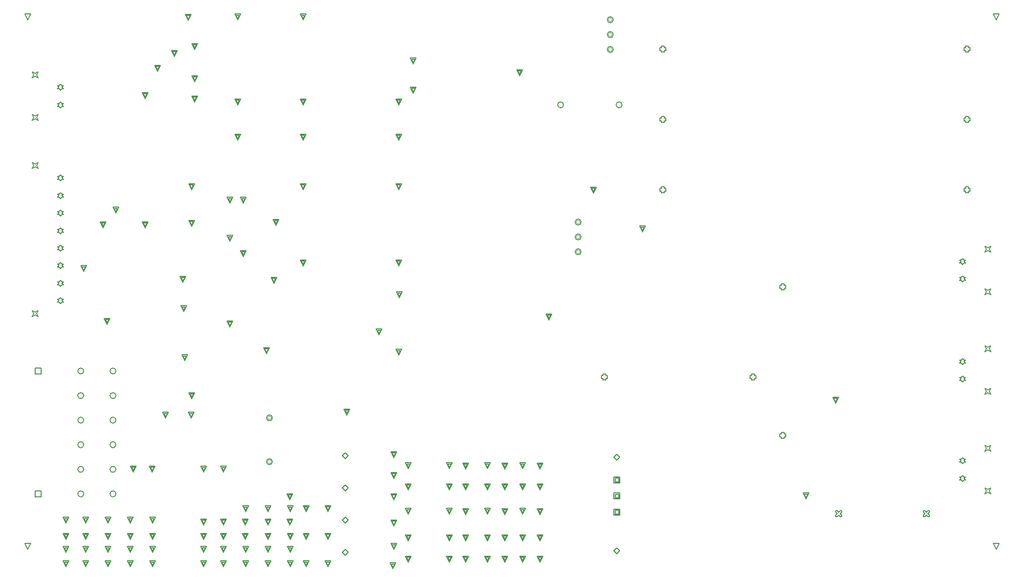
<source format=gbr>
%TF.GenerationSoftware,Altium Limited,Altium Designer,18.1.9 (240)*%
G04 Layer_Color=2752767*
%FSLAX26Y26*%
%MOIN*%
%TF.FileFunction,Drawing*%
%TF.Part,Single*%
G01*
G75*
%TA.AperFunction,NonConductor*%
%ADD110C,0.005000*%
%ADD111C,0.006667*%
%ADD112C,0.004000*%
D110*
X243780Y531181D02*
Y571181D01*
X283779D01*
Y531181D01*
X243780D01*
Y1357953D02*
Y1397953D01*
X283779D01*
Y1357953D01*
X243780D01*
X194390Y3739843D02*
X174390Y3779843D01*
X214390D01*
X194390Y3739843D01*
Y176850D02*
X174390Y216850D01*
X214390D01*
X194390Y176850D01*
X6712598Y3739843D02*
X6692598Y3779843D01*
X6732598D01*
X6712598Y3739843D01*
Y176850D02*
X6692598Y216850D01*
X6732598D01*
X6712598Y176850D01*
X413386Y1830394D02*
X423386Y1840394D01*
X433386D01*
X423386Y1850394D01*
X433386Y1860394D01*
X423386D01*
X413386Y1870394D01*
X403386Y1860394D01*
X393386D01*
X403386Y1850394D01*
X393386Y1840394D01*
X403386D01*
X413386Y1830394D01*
Y1948504D02*
X423386Y1958504D01*
X433386D01*
X423386Y1968504D01*
X433386Y1978504D01*
X423386D01*
X413386Y1988504D01*
X403386Y1978504D01*
X393386D01*
X403386Y1968504D01*
X393386Y1958504D01*
X403386D01*
X413386Y1948504D01*
Y2066614D02*
X423386Y2076614D01*
X433386D01*
X423386Y2086614D01*
X433386Y2096614D01*
X423386D01*
X413386Y2106614D01*
X403386Y2096614D01*
X393386D01*
X403386Y2086614D01*
X393386Y2076614D01*
X403386D01*
X413386Y2066614D01*
Y2184724D02*
X423386Y2194724D01*
X433386D01*
X423386Y2204724D01*
X433386Y2214724D01*
X423386D01*
X413386Y2224724D01*
X403386Y2214724D01*
X393386D01*
X403386Y2204724D01*
X393386Y2194724D01*
X403386D01*
X413386Y2184724D01*
Y2302835D02*
X423386Y2312835D01*
X433386D01*
X423386Y2322835D01*
X433386Y2332835D01*
X423386D01*
X413386Y2342835D01*
X403386Y2332835D01*
X393386D01*
X403386Y2322835D01*
X393386Y2312835D01*
X403386D01*
X413386Y2302835D01*
Y2420945D02*
X423386Y2430945D01*
X433386D01*
X423386Y2440945D01*
X433386Y2450945D01*
X423386D01*
X413386Y2460945D01*
X403386Y2450945D01*
X393386D01*
X403386Y2440945D01*
X393386Y2430945D01*
X403386D01*
X413386Y2420945D01*
Y2539055D02*
X423386Y2549055D01*
X433386D01*
X423386Y2559055D01*
X433386Y2569055D01*
X423386D01*
X413386Y2579055D01*
X403386Y2569055D01*
X393386D01*
X403386Y2559055D01*
X393386Y2549055D01*
X403386D01*
X413386Y2539055D01*
Y2657165D02*
X423386Y2667165D01*
X433386D01*
X423386Y2677165D01*
X433386Y2687165D01*
X423386D01*
X413386Y2697165D01*
X403386Y2687165D01*
X393386D01*
X403386Y2677165D01*
X393386Y2667165D01*
X403386D01*
X413386Y2657165D01*
X223307Y2741811D02*
X233307Y2761811D01*
X223307Y2781811D01*
X243307Y2771811D01*
X263307Y2781811D01*
X253307Y2761811D01*
X263307Y2741811D01*
X243307Y2751811D01*
X223307Y2741811D01*
Y1745748D02*
X233307Y1765748D01*
X223307Y1785748D01*
X243307Y1775748D01*
X263307Y1785748D01*
X253307Y1765748D01*
X263307Y1745748D01*
X243307Y1755748D01*
X223307Y1745748D01*
X5265591Y934882D02*
Y924882D01*
X5285591D01*
Y934882D01*
X5295591D01*
Y954882D01*
X5285591D01*
Y964882D01*
X5265591D01*
Y954882D01*
X5255591D01*
Y934882D01*
X5265591D01*
Y1934882D02*
Y1924882D01*
X5285591D01*
Y1934882D01*
X5295591D01*
Y1954882D01*
X5285591D01*
Y1964882D01*
X5265591D01*
Y1954882D01*
X5255591D01*
Y1934882D01*
X5265591D01*
X4064803Y1328583D02*
Y1318583D01*
X4084803D01*
Y1328583D01*
X4094803D01*
Y1348583D01*
X4084803D01*
Y1358583D01*
X4064803D01*
Y1348583D01*
X4054803D01*
Y1328583D01*
X4064803D01*
X5064803D02*
Y1318583D01*
X5084803D01*
Y1328583D01*
X5094803D01*
Y1348583D01*
X5084803D01*
Y1358583D01*
X5064803D01*
Y1348583D01*
X5054803D01*
Y1328583D01*
X5064803D01*
X5629606Y399291D02*
X5639606D01*
X5649606Y409291D01*
X5659606Y399291D01*
X5669606D01*
Y409291D01*
X5659606Y419291D01*
X5669606Y429291D01*
Y439291D01*
X5659606D01*
X5649606Y429291D01*
X5639606Y439291D01*
X5629606D01*
Y429291D01*
X5639606Y419291D01*
X5629606Y409291D01*
Y399291D01*
X6220158D02*
X6230158D01*
X6240158Y409291D01*
X6250158Y399291D01*
X6260158D01*
Y409291D01*
X6250158Y419291D01*
X6260158Y429291D01*
Y439291D01*
X6250158D01*
X6240158Y429291D01*
X6230158Y439291D01*
X6220158D01*
Y429291D01*
X6230158Y419291D01*
X6220158Y409291D01*
Y399291D01*
X413386Y3149291D02*
X423386Y3159291D01*
X433386D01*
X423386Y3169291D01*
X433386Y3179291D01*
X423386D01*
X413386Y3189291D01*
X403386Y3179291D01*
X393386D01*
X403386Y3169291D01*
X393386Y3159291D01*
X403386D01*
X413386Y3149291D01*
Y3267402D02*
X423386Y3277402D01*
X433386D01*
X423386Y3287402D01*
X433386Y3297402D01*
X423386D01*
X413386Y3307402D01*
X403386Y3297402D01*
X393386D01*
X403386Y3287402D01*
X393386Y3277402D01*
X403386D01*
X413386Y3267402D01*
X223307Y3352047D02*
X233307Y3372047D01*
X223307Y3392047D01*
X243307Y3382047D01*
X263307Y3392047D01*
X253307Y3372047D01*
X263307Y3352047D01*
X243307Y3362047D01*
X223307Y3352047D01*
Y3064646D02*
X233307Y3084646D01*
X223307Y3104646D01*
X243307Y3094646D01*
X263307Y3104646D01*
X253307Y3084646D01*
X263307Y3064646D01*
X243307Y3074646D01*
X223307Y3064646D01*
X4458504Y3533307D02*
Y3523307D01*
X4478504D01*
Y3533307D01*
X4488504D01*
Y3553307D01*
X4478504D01*
Y3563307D01*
X4458504D01*
Y3553307D01*
X4448504D01*
Y3533307D01*
X4458504D01*
X6505748D02*
Y3523307D01*
X6525748D01*
Y3533307D01*
X6535748D01*
Y3553307D01*
X6525748D01*
Y3563307D01*
X6505748D01*
Y3553307D01*
X6495748D01*
Y3533307D01*
X6505748D01*
Y3060866D02*
Y3050866D01*
X6525748D01*
Y3060866D01*
X6535748D01*
Y3080866D01*
X6525748D01*
Y3090866D01*
X6505748D01*
Y3080866D01*
X6495748D01*
Y3060866D01*
X6505748D01*
X4458504D02*
Y3050866D01*
X4478504D01*
Y3060866D01*
X4488504D01*
Y3080866D01*
X4478504D01*
Y3090866D01*
X4458504D01*
Y3080866D01*
X4448504D01*
Y3060866D01*
X4458504D01*
Y2588425D02*
Y2578425D01*
X4478504D01*
Y2588425D01*
X4488504D01*
Y2608425D01*
X4478504D01*
Y2618425D01*
X4458504D01*
Y2608425D01*
X4448504D01*
Y2588425D01*
X4458504D01*
X6505748D02*
Y2578425D01*
X6525748D01*
Y2588425D01*
X6535748D01*
Y2608425D01*
X6525748D01*
Y2618425D01*
X6505748D01*
Y2608425D01*
X6495748D01*
Y2588425D01*
X6505748D01*
X2312677Y807087D02*
X2332677Y827087D01*
X2352677Y807087D01*
X2332677Y787087D01*
X2312677Y807087D01*
Y590551D02*
X2332677Y610551D01*
X2352677Y590551D01*
X2332677Y570551D01*
X2312677Y590551D01*
Y374016D02*
X2332677Y394016D01*
X2352677Y374016D01*
X2332677Y354016D01*
X2312677Y374016D01*
Y157480D02*
X2332677Y177480D01*
X2352677Y157480D01*
X2332677Y137480D01*
X2312677Y157480D01*
X4138661Y797244D02*
X4158661Y817244D01*
X4178661Y797244D01*
X4158661Y777244D01*
X4138661Y797244D01*
Y624882D02*
Y664882D01*
X4178661D01*
Y624882D01*
X4138661D01*
X4146661Y632882D02*
Y656882D01*
X4170661D01*
Y632882D01*
X4146661D01*
X4138661Y516614D02*
Y556614D01*
X4178661D01*
Y516614D01*
X4138661D01*
X4146661Y524614D02*
Y548614D01*
X4170661D01*
Y524614D01*
X4146661D01*
X4138661Y407953D02*
Y447953D01*
X4178661D01*
Y407953D01*
X4138661D01*
X4146661Y415953D02*
Y439953D01*
X4170661D01*
Y415953D01*
X4146661D01*
X4138661Y167323D02*
X4158661Y187323D01*
X4178661Y167323D01*
X4158661Y147323D01*
X4138661Y167323D01*
X6483465Y2094768D02*
X6493465Y2104768D01*
X6503465D01*
X6493465Y2114768D01*
X6503465Y2124768D01*
X6493465D01*
X6483465Y2134768D01*
X6473465Y2124768D01*
X6463465D01*
X6473465Y2114768D01*
X6463465Y2104768D01*
X6473465D01*
X6483465Y2094768D01*
Y1976658D02*
X6493465Y1986658D01*
X6503465D01*
X6493465Y1996658D01*
X6503465Y2006658D01*
X6493465D01*
X6483465Y2016658D01*
X6473465Y2006658D01*
X6463465D01*
X6473465Y1996658D01*
X6463465Y1986658D01*
X6473465D01*
X6483465Y1976658D01*
X6633543Y1892012D02*
X6643543Y1912012D01*
X6633543Y1932012D01*
X6653543Y1922012D01*
X6673543Y1932012D01*
X6663543Y1912012D01*
X6673543Y1892012D01*
X6653543Y1902012D01*
X6633543Y1892012D01*
Y2179413D02*
X6643543Y2199413D01*
X6633543Y2219413D01*
X6653543Y2209413D01*
X6673543Y2219413D01*
X6663543Y2199413D01*
X6673543Y2179413D01*
X6653543Y2189413D01*
X6633543Y2179413D01*
X6483465Y1422913D02*
X6493465Y1432913D01*
X6503465D01*
X6493465Y1442913D01*
X6503465Y1452913D01*
X6493465D01*
X6483465Y1462913D01*
X6473465Y1452913D01*
X6463465D01*
X6473465Y1442913D01*
X6463465Y1432913D01*
X6473465D01*
X6483465Y1422913D01*
Y1304803D02*
X6493465Y1314803D01*
X6503465D01*
X6493465Y1324803D01*
X6503465Y1334803D01*
X6493465D01*
X6483465Y1344803D01*
X6473465Y1334803D01*
X6463465D01*
X6473465Y1324803D01*
X6463465Y1314803D01*
X6473465D01*
X6483465Y1304803D01*
X6633543Y1220158D02*
X6643543Y1240158D01*
X6633543Y1260158D01*
X6653543Y1250158D01*
X6673543Y1260158D01*
X6663543Y1240158D01*
X6673543Y1220158D01*
X6653543Y1230158D01*
X6633543Y1220158D01*
Y1507559D02*
X6643543Y1527559D01*
X6633543Y1547559D01*
X6653543Y1537559D01*
X6673543Y1547559D01*
X6663543Y1527559D01*
X6673543Y1507559D01*
X6653543Y1517559D01*
X6633543Y1507559D01*
X6483465Y753622D02*
X6493465Y763622D01*
X6503465D01*
X6493465Y773622D01*
X6503465Y783622D01*
X6493465D01*
X6483465Y793622D01*
X6473465Y783622D01*
X6463465D01*
X6473465Y773622D01*
X6463465Y763622D01*
X6473465D01*
X6483465Y753622D01*
Y635512D02*
X6493465Y645512D01*
X6503465D01*
X6493465Y655512D01*
X6503465Y665512D01*
X6493465D01*
X6483465Y675512D01*
X6473465Y665512D01*
X6463465D01*
X6473465Y655512D01*
X6463465Y645512D01*
X6473465D01*
X6483465Y635512D01*
X6633543Y550866D02*
X6643543Y570866D01*
X6633543Y590866D01*
X6653543Y580866D01*
X6673543Y590866D01*
X6663543Y570866D01*
X6673543Y550866D01*
X6653543Y560866D01*
X6633543Y550866D01*
Y838268D02*
X6643543Y858268D01*
X6633543Y878268D01*
X6653543Y868268D01*
X6673543Y878268D01*
X6663543Y858268D01*
X6673543Y838268D01*
X6653543Y848268D01*
X6633543Y838268D01*
X3503937Y3366220D02*
X3483937Y3406220D01*
X3523937D01*
X3503937Y3366220D01*
Y3374220D02*
X3491937Y3398220D01*
X3515937D01*
X3503937Y3374220D01*
X5431102Y516614D02*
X5411102Y556614D01*
X5451102D01*
X5431102Y516614D01*
Y524614D02*
X5419102Y548614D01*
X5443102D01*
X5431102Y524614D01*
X5629921Y1161102D02*
X5609921Y1201102D01*
X5649921D01*
X5629921Y1161102D01*
Y1169102D02*
X5617921Y1193102D01*
X5641921D01*
X5629921Y1169102D01*
X4000391Y2575925D02*
X3980391Y2615925D01*
X4020391D01*
X4000391Y2575925D01*
Y2583925D02*
X3988391Y2607925D01*
X4012391D01*
X4000391Y2583925D01*
X4330709Y2314291D02*
X4310709Y2354291D01*
X4350709D01*
X4330709Y2314291D01*
Y2322291D02*
X4318709Y2346291D01*
X4342709D01*
X4330709Y2322291D01*
X1243701Y1776575D02*
X1223701Y1816575D01*
X1263701D01*
X1243701Y1776575D01*
Y1784575D02*
X1231701Y1808575D01*
X1255701D01*
X1243701Y1784575D01*
X1555118Y2507303D02*
X1535118Y2547303D01*
X1575118D01*
X1555118Y2507303D01*
Y2515303D02*
X1543118Y2539303D01*
X1567118D01*
X1555118Y2515303D01*
Y2250315D02*
X1535118Y2290315D01*
X1575118D01*
X1555118Y2250315D01*
Y2258315D02*
X1543118Y2282315D01*
X1567118D01*
X1555118Y2258315D01*
X1645669Y2149291D02*
X1625669Y2189291D01*
X1665669D01*
X1645669Y2149291D01*
Y2157291D02*
X1633669Y2181291D01*
X1657669D01*
X1645669Y2157291D01*
Y2507303D02*
X1625669Y2547303D01*
X1665669D01*
X1645669Y2507303D01*
Y2515303D02*
X1633669Y2539303D01*
X1657669D01*
X1645669Y2515303D01*
X1274331Y3737874D02*
X1254331Y3777874D01*
X1294331D01*
X1274331Y3737874D01*
Y3745874D02*
X1262331Y3769874D01*
X1286331D01*
X1274331Y3745874D01*
X1181102Y3495256D02*
X1161102Y3535256D01*
X1201102D01*
X1181102Y3495256D01*
Y3503256D02*
X1169102Y3527256D01*
X1193102D01*
X1181102Y3503256D01*
X3702364Y1722894D02*
X3682364Y1762894D01*
X3722364D01*
X3702364Y1722894D01*
Y1730894D02*
X3690364Y1754894D01*
X3714364D01*
X3702364Y1730894D01*
X728346Y1692598D02*
X708346Y1732598D01*
X748346D01*
X728346Y1692598D01*
Y1700598D02*
X716346Y1724598D01*
X740346D01*
X728346Y1700598D01*
X1239173Y1974862D02*
X1219173Y2014862D01*
X1259173D01*
X1239173Y1974862D01*
Y1982862D02*
X1227173Y2006862D01*
X1251173D01*
X1239173Y1982862D01*
X1250118Y1447165D02*
X1230118Y1487165D01*
X1270118D01*
X1250118Y1447165D01*
Y1455165D02*
X1238118Y1479165D01*
X1262118D01*
X1250118Y1455165D01*
X787400Y2440625D02*
X767400Y2480625D01*
X807400D01*
X787400Y2440625D01*
Y2448625D02*
X775400Y2472625D01*
X799400D01*
X787400Y2448625D01*
X3641732Y92391D02*
X3621732Y132391D01*
X3661732D01*
X3641732Y92391D01*
Y100391D02*
X3629732Y124391D01*
X3653732D01*
X3641732Y100391D01*
Y235323D02*
X3621732Y275323D01*
X3661732D01*
X3641732Y235323D01*
Y243323D02*
X3629732Y267323D01*
X3653732D01*
X3641732Y243323D01*
Y412488D02*
X3621732Y452488D01*
X3661732D01*
X3641732Y412488D01*
Y420488D02*
X3629732Y444488D01*
X3653732D01*
X3641732Y420488D01*
Y578570D02*
X3621732Y618570D01*
X3661732D01*
X3641732Y578570D01*
Y586570D02*
X3629732Y610570D01*
X3653732D01*
X3641732Y586570D01*
Y719485D02*
X3621732Y759485D01*
X3661732D01*
X3641732Y719485D01*
Y727485D02*
X3629732Y751485D01*
X3653732D01*
X3641732Y727485D01*
X3523622Y720068D02*
X3503622Y760068D01*
X3543622D01*
X3523622Y720068D01*
Y728068D02*
X3511622Y752068D01*
X3535622D01*
X3523622Y728068D01*
Y579153D02*
X3503622Y619153D01*
X3543622D01*
X3523622Y579153D01*
Y587153D02*
X3511622Y611153D01*
X3535622D01*
X3523622Y587153D01*
Y413071D02*
X3503622Y453071D01*
X3543622D01*
X3523622Y413071D01*
Y421071D02*
X3511622Y445071D01*
X3535622D01*
X3523622Y421071D01*
Y235905D02*
X3503622Y275906D01*
X3543622D01*
X3523622Y235905D01*
Y243905D02*
X3511622Y267906D01*
X3535622D01*
X3523622Y243905D01*
Y92974D02*
X3503622Y132974D01*
X3543622D01*
X3523622Y92974D01*
Y100974D02*
X3511622Y124974D01*
X3535622D01*
X3523622Y100974D01*
X3405512Y719485D02*
X3385512Y759485D01*
X3425512D01*
X3405512Y719485D01*
Y727485D02*
X3393512Y751485D01*
X3417512D01*
X3405512Y727485D01*
Y578570D02*
X3385512Y618570D01*
X3425512D01*
X3405512Y578570D01*
Y586570D02*
X3393512Y610570D01*
X3417512D01*
X3405512Y586570D01*
Y412488D02*
X3385512Y452488D01*
X3425512D01*
X3405512Y412488D01*
Y420488D02*
X3393512Y444488D01*
X3417512D01*
X3405512Y420488D01*
Y235323D02*
X3385512Y275323D01*
X3425512D01*
X3405512Y235323D01*
Y243323D02*
X3393512Y267323D01*
X3417512D01*
X3405512Y243323D01*
Y92391D02*
X3385512Y132391D01*
X3425512D01*
X3405512Y92391D01*
Y100391D02*
X3393512Y124391D01*
X3417512D01*
X3405512Y100391D01*
X3287402Y720068D02*
X3267402Y760068D01*
X3307402D01*
X3287402Y720068D01*
Y728068D02*
X3275402Y752068D01*
X3299402D01*
X3287402Y728068D01*
Y579153D02*
X3267402Y619153D01*
X3307402D01*
X3287402Y579153D01*
Y587153D02*
X3275402Y611153D01*
X3299402D01*
X3287402Y587153D01*
Y413071D02*
X3267402Y453071D01*
X3307402D01*
X3287402Y413071D01*
Y421071D02*
X3275402Y445071D01*
X3299402D01*
X3287402Y421071D01*
Y235905D02*
X3267402Y275906D01*
X3307402D01*
X3287402Y235905D01*
Y243905D02*
X3275402Y267906D01*
X3299402D01*
X3287402Y243905D01*
Y92974D02*
X3267402Y132974D01*
X3307402D01*
X3287402Y92974D01*
Y100974D02*
X3275402Y124974D01*
X3299402D01*
X3287402Y100974D01*
X3139764Y92391D02*
X3119764Y132391D01*
X3159764D01*
X3139764Y92391D01*
Y100391D02*
X3127764Y124391D01*
X3151764D01*
X3139764Y100391D01*
Y235323D02*
X3119764Y275323D01*
X3159764D01*
X3139764Y235323D01*
Y243323D02*
X3127764Y267323D01*
X3151764D01*
X3139764Y243323D01*
Y412488D02*
X3119764Y452488D01*
X3159764D01*
X3139764Y412488D01*
Y420488D02*
X3127764Y444488D01*
X3151764D01*
X3139764Y420488D01*
Y578570D02*
X3119764Y618570D01*
X3159764D01*
X3139764Y578570D01*
Y586570D02*
X3127764Y610570D01*
X3151764D01*
X3139764Y586570D01*
Y719485D02*
X3119764Y759485D01*
X3159764D01*
X3139764Y719485D01*
Y727485D02*
X3127764Y751485D01*
X3151764D01*
X3139764Y727485D01*
X3031496Y92974D02*
X3011496Y132974D01*
X3051496D01*
X3031496Y92974D01*
Y100974D02*
X3019496Y124974D01*
X3043496D01*
X3031496Y100974D01*
Y235905D02*
X3011496Y275906D01*
X3051496D01*
X3031496Y235905D01*
Y243905D02*
X3019496Y267906D01*
X3043496D01*
X3031496Y243905D01*
Y413071D02*
X3011496Y453071D01*
X3051496D01*
X3031496Y413071D01*
Y421071D02*
X3019496Y445071D01*
X3043496D01*
X3031496Y421071D01*
Y579153D02*
X3011496Y619153D01*
X3051496D01*
X3031496Y579153D01*
Y587153D02*
X3019496Y611153D01*
X3043496D01*
X3031496Y587153D01*
Y720068D02*
X3011496Y760068D01*
X3051496D01*
X3031496Y720068D01*
Y728068D02*
X3019496Y752068D01*
X3043496D01*
X3031496Y728068D01*
X702559Y2342205D02*
X682559Y2382205D01*
X722559D01*
X702559Y2342205D01*
Y2350205D02*
X690559Y2374205D01*
X714559D01*
X702559Y2350205D01*
X984252Y3212284D02*
X964252Y3252284D01*
X1004252D01*
X984252Y3212284D01*
Y3220284D02*
X972252Y3244284D01*
X996252D01*
X984252Y3220284D01*
X1659724Y430469D02*
X1639724Y470469D01*
X1679724D01*
X1659724Y430469D01*
Y438469D02*
X1647724Y462469D01*
X1671724D01*
X1659724Y438469D01*
X1812205Y430469D02*
X1792205Y470469D01*
X1832205D01*
X1812205Y430469D01*
Y438469D02*
X1800205Y462469D01*
X1824205D01*
X1812205Y438469D01*
X1379134Y696535D02*
X1359134Y736535D01*
X1399134D01*
X1379134Y696535D01*
Y704535D02*
X1367134Y728535D01*
X1391134D01*
X1379134Y704535D01*
X1511659Y696535D02*
X1491659Y736535D01*
X1531659D01*
X1511659Y696535D01*
Y704535D02*
X1499659Y728535D01*
X1523659D01*
X1511659Y704535D01*
X1379134Y341516D02*
X1359134Y381516D01*
X1399134D01*
X1379134Y341516D01*
Y349516D02*
X1367134Y373516D01*
X1391134D01*
X1379134Y349516D01*
X1511659Y341516D02*
X1491659Y381516D01*
X1531659D01*
X1511659Y341516D01*
Y349516D02*
X1499659Y373516D01*
X1523659D01*
X1511659Y349516D01*
X2066929Y59685D02*
X2046929Y99685D01*
X2086929D01*
X2066929Y59685D01*
Y67685D02*
X2054929Y91685D01*
X2078929D01*
X2066929Y67685D01*
X2214488Y59685D02*
X2194488Y99685D01*
X2234488D01*
X2214488Y59685D01*
Y67685D02*
X2202488Y91685D01*
X2226488D01*
X2214488Y67685D01*
X2066929Y246118D02*
X2046929Y286118D01*
X2086929D01*
X2066929Y246118D01*
Y254118D02*
X2054929Y278118D01*
X2078929D01*
X2066929Y254118D01*
X2214488Y246118D02*
X2194488Y286118D01*
X2234488D01*
X2214488Y246118D01*
Y254118D02*
X2202488Y278118D01*
X2226488D01*
X2214488Y254118D01*
X2066929Y432756D02*
X2046929Y472756D01*
X2086929D01*
X2066929Y432756D01*
Y440756D02*
X2054929Y464756D01*
X2078929D01*
X2066929Y440756D01*
X2214488Y432756D02*
X2194488Y472756D01*
X2234488D01*
X2214488Y432756D01*
Y440756D02*
X2202488Y464756D01*
X2226488D01*
X2214488Y440756D01*
X1958504Y512856D02*
X1938504Y552856D01*
X1978504D01*
X1958504Y512856D01*
Y520856D02*
X1946504Y544856D01*
X1970504D01*
X1958504Y520856D01*
X1959493Y430469D02*
X1939493Y470469D01*
X1979493D01*
X1959493Y430469D01*
Y438469D02*
X1947493Y462469D01*
X1971493D01*
X1959493Y438469D01*
X1811777Y341516D02*
X1791777Y381516D01*
X1831777D01*
X1811777Y341516D01*
Y349516D02*
X1799777Y373516D01*
X1823777D01*
X1811777Y349516D01*
X1959414Y341516D02*
X1939414Y381516D01*
X1979414D01*
X1959414Y341516D01*
Y349516D02*
X1947414Y373516D01*
X1971414D01*
X1959414Y349516D01*
X1659296Y341516D02*
X1639296Y381516D01*
X1679296D01*
X1659296Y341516D01*
Y349516D02*
X1647296Y373516D01*
X1671296D01*
X1659296Y349516D01*
X1659567Y157165D02*
X1639567Y197165D01*
X1679567D01*
X1659567Y157165D01*
Y165165D02*
X1647567Y189165D01*
X1671567D01*
X1659567Y165165D01*
X1959685Y157165D02*
X1939685Y197165D01*
X1979685D01*
X1959685Y157165D01*
Y165165D02*
X1947685Y189165D01*
X1971685D01*
X1959685Y165165D01*
X1812047Y157165D02*
X1792047Y197165D01*
X1832047D01*
X1812047Y157165D01*
Y165165D02*
X1800047Y189165D01*
X1824047D01*
X1812047Y165165D01*
Y59685D02*
X1792047Y99685D01*
X1832047D01*
X1812047Y59685D01*
Y67685D02*
X1800047Y91685D01*
X1824047D01*
X1812047Y67685D01*
X1959685Y59685D02*
X1939685Y99685D01*
X1979685D01*
X1959685Y59685D01*
Y67685D02*
X1947685Y91685D01*
X1971685D01*
X1959685Y67685D01*
X1659567Y59685D02*
X1639567Y99685D01*
X1679567D01*
X1659567Y59685D01*
Y67685D02*
X1647567Y91685D01*
X1671567D01*
X1659567Y67685D01*
X1511659Y246118D02*
X1491659Y286118D01*
X1531659D01*
X1511659Y246118D01*
Y254118D02*
X1499659Y278118D01*
X1523659D01*
X1511659Y254118D01*
X1659296Y246118D02*
X1639296Y286118D01*
X1679296D01*
X1659296Y246118D01*
Y254118D02*
X1647296Y278118D01*
X1671296D01*
X1659296Y254118D01*
X1379134Y246118D02*
X1359134Y286118D01*
X1399134D01*
X1379134Y246118D01*
Y254118D02*
X1367134Y278118D01*
X1391134D01*
X1379134Y254118D01*
X1812205Y246118D02*
X1792205Y286118D01*
X1832205D01*
X1812205Y246118D01*
Y254118D02*
X1800205Y278118D01*
X1824205D01*
X1812205Y254118D01*
X1959764Y246118D02*
X1939764Y286118D01*
X1979764D01*
X1959764Y246118D01*
Y254118D02*
X1947764Y278118D01*
X1971764D01*
X1959764Y254118D01*
X1379055Y59685D02*
X1359055Y99685D01*
X1399055D01*
X1379055Y59685D01*
Y67685D02*
X1367055Y91685D01*
X1391055D01*
X1379055Y67685D01*
X1511580Y59685D02*
X1491580Y99685D01*
X1531580D01*
X1511580Y59685D01*
Y67685D02*
X1499580Y91685D01*
X1523580D01*
X1511580Y67685D01*
Y157165D02*
X1491580Y197165D01*
X1531580D01*
X1511580Y157165D01*
Y165165D02*
X1499580Y189165D01*
X1523580D01*
X1511580Y165165D01*
X1379055Y157165D02*
X1359055Y197165D01*
X1399055D01*
X1379055Y157165D01*
Y165165D02*
X1367055Y189165D01*
X1391055D01*
X1379055Y165165D01*
X1606299Y2932756D02*
X1586299Y2972756D01*
X1626299D01*
X1606299Y2932756D01*
Y2940756D02*
X1594299Y2964756D01*
X1618299D01*
X1606299Y2940756D01*
X2690256Y2598110D02*
X2670256Y2638110D01*
X2710256D01*
X2690256Y2598110D01*
Y2606110D02*
X2678256Y2630110D01*
X2702256D01*
X2690256Y2606110D01*
X2047244Y2598110D02*
X2027244Y2638110D01*
X2067244D01*
X2047244Y2598110D01*
Y2606110D02*
X2035244Y2630110D01*
X2059244D01*
X2047244Y2606110D01*
X1606299Y3168976D02*
X1586299Y3208976D01*
X1626299D01*
X1606299Y3168976D01*
Y3176976D02*
X1594299Y3200976D01*
X1618299D01*
X1606299Y3176976D01*
X2047244Y3739843D02*
X2027244Y3779843D01*
X2067244D01*
X2047244Y3739843D01*
Y3747843D02*
X2035244Y3771843D01*
X2059244D01*
X2047244Y3747843D01*
X1606299Y3739843D02*
X1586299Y3779843D01*
X1626299D01*
X1606299Y3739843D01*
Y3747843D02*
X1594299Y3771843D01*
X1618299D01*
X1606299Y3747843D01*
X2047244Y3168976D02*
X2027244Y3208976D01*
X2067244D01*
X2047244Y3168976D01*
Y3176976D02*
X2035244Y3200976D01*
X2059244D01*
X2047244Y3176976D01*
X1299213Y1192598D02*
X1279213Y1232598D01*
X1319213D01*
X1299213Y1192598D01*
Y1200598D02*
X1287213Y1224598D01*
X1311213D01*
X1299213Y1200598D01*
X1068116Y3396093D02*
X1048116Y3436093D01*
X1088116D01*
X1068116Y3396093D01*
Y3404093D02*
X1056116Y3428093D01*
X1080116D01*
X1068116Y3404093D01*
X1317638Y3188661D02*
X1297638Y3228661D01*
X1337638D01*
X1317638Y3188661D01*
Y3196661D02*
X1305638Y3220661D01*
X1329638D01*
X1317638Y3196661D01*
X1866007Y2358780D02*
X1846007Y2398780D01*
X1886007D01*
X1866007Y2358780D01*
Y2366780D02*
X1854007Y2390780D01*
X1878007D01*
X1866007Y2366780D01*
X2559055Y1619764D02*
X2539055Y1659764D01*
X2579055D01*
X2559055Y1619764D01*
Y1627764D02*
X2547055Y1651764D01*
X2571055D01*
X2559055Y1627764D01*
X1850394Y1968189D02*
X1830394Y2008189D01*
X1870394D01*
X1850394Y1968189D01*
Y1976189D02*
X1838394Y2000189D01*
X1862394D01*
X1850394Y1976189D01*
X570866Y2046928D02*
X550866Y2086928D01*
X590866D01*
X570866Y2046928D01*
Y2054928D02*
X558866Y2078928D01*
X582866D01*
X570866Y2054928D01*
X2789370Y3443779D02*
X2769370Y3483779D01*
X2809370D01*
X2789370Y3443779D01*
Y3451779D02*
X2777370Y3475779D01*
X2801370D01*
X2789370Y3451779D01*
Y3247716D02*
X2769370Y3287716D01*
X2809370D01*
X2789370Y3247716D01*
Y3255716D02*
X2777370Y3279716D01*
X2801370D01*
X2789370Y3255716D01*
X1319134Y3542756D02*
X1299134Y3582756D01*
X1339134D01*
X1319134Y3542756D01*
Y3550756D02*
X1307134Y3574756D01*
X1331134D01*
X1319134Y3550756D01*
Y3324646D02*
X1299134Y3364646D01*
X1339134D01*
X1319134Y3324646D01*
Y3332646D02*
X1307134Y3356646D01*
X1331134D01*
X1319134Y3332646D01*
X452677Y157165D02*
X432677Y197165D01*
X472677D01*
X452677Y157165D01*
Y165165D02*
X440677Y189165D01*
X464677D01*
X452677Y165165D01*
X585202Y157165D02*
X565202Y197165D01*
X605202D01*
X585202Y157165D01*
Y165165D02*
X573202Y189165D01*
X597202D01*
X585202Y165165D01*
Y59685D02*
X565202Y99685D01*
X605202D01*
X585202Y59685D01*
Y67685D02*
X573202Y91685D01*
X597202D01*
X585202Y67685D01*
X452677Y59685D02*
X432677Y99685D01*
X472677D01*
X452677Y59685D01*
Y67685D02*
X440677Y91685D01*
X464677D01*
X452677Y67685D01*
X585281Y354016D02*
X565281Y394016D01*
X605281D01*
X585281Y354016D01*
Y362016D02*
X573281Y386016D01*
X597281D01*
X585281Y362016D01*
X732918Y354016D02*
X712918Y394016D01*
X752918D01*
X732918Y354016D01*
Y362016D02*
X720918Y386016D01*
X744918D01*
X732918Y362016D01*
X885827Y354016D02*
X865827Y394016D01*
X905827D01*
X885827Y354016D01*
Y362016D02*
X873827Y386016D01*
X897827D01*
X885827Y362016D01*
X905512Y699617D02*
X885512Y739617D01*
X925512D01*
X905512Y699617D01*
Y707617D02*
X893512Y731617D01*
X917512D01*
X905512Y707617D01*
X1033386Y354016D02*
X1013386Y394016D01*
X1053386D01*
X1033386Y354016D01*
Y362016D02*
X1021386Y386016D01*
X1045386D01*
X1033386Y362016D01*
Y246118D02*
X1013386Y286118D01*
X1053386D01*
X1033386Y246118D01*
Y254118D02*
X1021386Y278118D01*
X1045386D01*
X1033386Y254118D01*
X885827Y246118D02*
X865827Y286118D01*
X905827D01*
X885827Y246118D01*
Y254118D02*
X873827Y278118D01*
X897827D01*
X885827Y254118D01*
X452756Y246118D02*
X432756Y286118D01*
X472756D01*
X452756Y246118D01*
Y254118D02*
X440756Y278118D01*
X464756D01*
X452756Y254118D01*
X732918Y246118D02*
X712918Y286118D01*
X752918D01*
X732918Y246118D01*
Y254118D02*
X720918Y278118D01*
X744918D01*
X732918Y254118D01*
X585281Y246118D02*
X565281Y286118D01*
X605281D01*
X585281Y246118D01*
Y254118D02*
X573281Y278118D01*
X597281D01*
X585281Y254118D01*
X733189Y59685D02*
X713189Y99685D01*
X753189D01*
X733189Y59685D01*
Y67685D02*
X721189Y91685D01*
X745189D01*
X733189Y67685D01*
X1033307Y59685D02*
X1013307Y99685D01*
X1053307D01*
X1033307Y59685D01*
Y67685D02*
X1021307Y91685D01*
X1045307D01*
X1033307Y67685D01*
X885669Y59685D02*
X865669Y99685D01*
X905669D01*
X885669Y59685D01*
Y67685D02*
X873669Y91685D01*
X897669D01*
X885669Y67685D01*
Y157165D02*
X865669Y197165D01*
X905669D01*
X885669Y157165D01*
Y165165D02*
X873669Y189165D01*
X897669D01*
X885669Y165165D01*
X1033307Y157165D02*
X1013307Y197165D01*
X1053307D01*
X1033307Y157165D01*
Y165165D02*
X1021307Y189165D01*
X1045307D01*
X1033307Y165165D01*
X733189Y157165D02*
X713189Y197165D01*
X753189D01*
X733189Y157165D01*
Y165165D02*
X721189Y189165D01*
X745189D01*
X733189Y165165D01*
X452756Y354016D02*
X432756Y394016D01*
X472756D01*
X452756Y354016D01*
Y362016D02*
X440756Y386016D01*
X464756D01*
X452756Y362016D01*
X1031496Y697920D02*
X1011496Y737920D01*
X1051496D01*
X1031496Y697920D01*
Y705920D02*
X1019496Y729920D01*
X1043496D01*
X1031496Y705920D01*
X2690256Y2932756D02*
X2670256Y2972756D01*
X2710256D01*
X2690256Y2932756D01*
Y2940756D02*
X2678256Y2964756D01*
X2702256D01*
X2690256Y2940756D01*
X1296193Y2351002D02*
X1276193Y2391002D01*
X1316193D01*
X1296193Y2351002D01*
Y2359002D02*
X1284193Y2383002D01*
X1308193D01*
X1296193Y2359002D01*
X1296965Y2598110D02*
X1276965Y2638110D01*
X1316965D01*
X1296965Y2598110D01*
Y2606110D02*
X1284965Y2630110D01*
X1308965D01*
X1296965Y2606110D01*
X2047244Y2086299D02*
X2027244Y2126299D01*
X2067244D01*
X2047244Y2086299D01*
Y2094299D02*
X2035244Y2118299D01*
X2059244D01*
X2047244Y2094299D01*
Y2932756D02*
X2027244Y2972756D01*
X2067244D01*
X2047244Y2932756D01*
Y2940756D02*
X2035244Y2964756D01*
X2059244D01*
X2047244Y2940756D01*
X2690256Y3168976D02*
X2670256Y3208976D01*
X2710256D01*
X2690256Y3168976D01*
Y3176976D02*
X2678256Y3200976D01*
X2702256D01*
X2690256Y3176976D01*
X1294147Y1060709D02*
X1274147Y1100709D01*
X1314147D01*
X1294147Y1060709D01*
Y1068709D02*
X1282147Y1092709D01*
X1306147D01*
X1294147Y1068709D01*
X2342520Y1082362D02*
X2322520Y1122362D01*
X2362520D01*
X2342520Y1082362D01*
Y1090362D02*
X2330520Y1114362D01*
X2354520D01*
X2342520Y1090362D01*
X1122239Y1060709D02*
X1102239Y1100709D01*
X1142239D01*
X1122239Y1060709D01*
Y1068709D02*
X1110239Y1092709D01*
X1134239D01*
X1122239Y1068709D01*
X2690186Y1483937D02*
X2670186Y1523937D01*
X2710186D01*
X2690186Y1483937D01*
Y1491937D02*
X2678186Y1515937D01*
X2702186D01*
X2690186Y1491937D01*
X2690256Y2086299D02*
X2670256Y2126299D01*
X2710256D01*
X2690256Y2086299D01*
Y2094299D02*
X2678256Y2118299D01*
X2702256D01*
X2690256Y2094299D01*
X2695805Y1869764D02*
X2675805Y1909764D01*
X2715805D01*
X2695805Y1869764D01*
Y1877764D02*
X2683805Y1901764D01*
X2707805D01*
X2695805Y1877764D01*
X1555118Y1674882D02*
X1535118Y1714882D01*
X1575118D01*
X1555118Y1674882D01*
Y1682882D02*
X1543118Y1706882D01*
X1567118D01*
X1555118Y1682882D01*
X1801024Y1494921D02*
X1781024Y1534921D01*
X1821024D01*
X1801024Y1494921D01*
Y1502921D02*
X1789024Y1526921D01*
X1813024D01*
X1801024Y1502921D01*
X2755905Y720068D02*
X2735905Y760068D01*
X2775905D01*
X2755905Y720068D01*
Y728068D02*
X2743905Y752068D01*
X2767905D01*
X2755905Y728068D01*
Y579153D02*
X2735905Y619153D01*
X2775905D01*
X2755905Y579153D01*
Y587153D02*
X2743905Y611153D01*
X2767905D01*
X2755905Y587153D01*
Y413071D02*
X2735905Y453071D01*
X2775905D01*
X2755905Y413071D01*
Y421071D02*
X2743905Y445071D01*
X2767905D01*
X2755905Y421071D01*
Y235905D02*
X2735905Y275906D01*
X2775905D01*
X2755905Y235905D01*
Y243905D02*
X2743905Y267906D01*
X2767905D01*
X2755905Y243905D01*
Y92974D02*
X2735905Y132974D01*
X2775905D01*
X2755905Y92974D01*
Y100974D02*
X2743905Y124974D01*
X2767905D01*
X2755905Y100974D01*
X2651575Y47277D02*
X2631575Y87277D01*
X2671575D01*
X2651575Y47277D01*
Y55277D02*
X2639575Y79277D01*
X2663575D01*
X2651575Y55277D01*
X2657480Y177223D02*
X2637480Y217223D01*
X2677480D01*
X2657480Y177223D01*
Y185223D02*
X2645480Y209223D01*
X2669480D01*
X2657480Y185223D01*
Y334331D02*
X2637480Y374331D01*
X2677480D01*
X2657480Y334331D01*
Y342331D02*
X2645480Y366331D01*
X2669480D01*
X2657480Y342331D01*
Y511496D02*
X2637480Y551496D01*
X2677480D01*
X2657480Y511496D01*
Y519496D02*
X2645480Y543496D01*
X2669480D01*
X2657480Y519496D01*
Y655591D02*
X2637480Y695591D01*
X2677480D01*
X2657480Y655591D01*
Y663591D02*
X2645480Y687591D01*
X2669480D01*
X2657480Y663591D01*
Y795688D02*
X2637480Y835688D01*
X2677480D01*
X2657480Y795688D01*
Y803688D02*
X2645480Y827688D01*
X2669480D01*
X2657480Y803688D01*
X984252Y2342205D02*
X964252Y2382205D01*
X1004252D01*
X984252Y2342205D01*
Y2350205D02*
X972252Y2374205D01*
X996252D01*
X984252Y2350205D01*
D111*
X787716Y1047244D02*
G03*
X787716Y1047244I-20000J0D01*
G01*
Y881890D02*
G03*
X787716Y881890I-20000J0D01*
G01*
Y716535D02*
G03*
X787716Y716535I-20000J0D01*
G01*
Y551181D02*
G03*
X787716Y551181I-20000J0D01*
G01*
Y1212598D02*
G03*
X787716Y1212598I-20000J0D01*
G01*
X571181D02*
G03*
X571181Y1212598I-20000J0D01*
G01*
Y1047244D02*
G03*
X571181Y1047244I-20000J0D01*
G01*
Y881890D02*
G03*
X571181Y881890I-20000J0D01*
G01*
Y716535D02*
G03*
X571181Y716535I-20000J0D01*
G01*
Y551181D02*
G03*
X571181Y551181I-20000J0D01*
G01*
Y1377953D02*
G03*
X571181Y1377953I-20000J0D01*
G01*
X787716D02*
G03*
X787716Y1377953I-20000J0D01*
G01*
X3799528Y3169291D02*
G03*
X3799528Y3169291I-20000J0D01*
G01*
X4193228D02*
G03*
X4193228Y3169291I-20000J0D01*
G01*
X3917638Y2380394D02*
G03*
X3917638Y2380394I-20000J0D01*
G01*
Y2280394D02*
G03*
X3917638Y2280394I-20000J0D01*
G01*
Y2180394D02*
G03*
X3917638Y2180394I-20000J0D01*
G01*
X4134173Y3541732D02*
G03*
X4134173Y3541732I-20000J0D01*
G01*
Y3641732D02*
G03*
X4134173Y3641732I-20000J0D01*
G01*
Y3741732D02*
G03*
X4134173Y3741732I-20000J0D01*
G01*
X1840709Y1062992D02*
G03*
X1840709Y1062992I-20000J0D01*
G01*
Y767716D02*
G03*
X1840709Y767716I-20000J0D01*
G01*
D112*
X3909638Y2380394D02*
G03*
X3909638Y2380394I-12000J0D01*
G01*
Y2280394D02*
G03*
X3909638Y2280394I-12000J0D01*
G01*
Y2180394D02*
G03*
X3909638Y2180394I-12000J0D01*
G01*
X4126173Y3541732D02*
G03*
X4126173Y3541732I-12000J0D01*
G01*
Y3641732D02*
G03*
X4126173Y3641732I-12000J0D01*
G01*
Y3741732D02*
G03*
X4126173Y3741732I-12000J0D01*
G01*
X1832709Y1062992D02*
G03*
X1832709Y1062992I-12000J0D01*
G01*
Y767716D02*
G03*
X1832709Y767716I-12000J0D01*
G01*
%TF.MD5,8d8a33e11fda2ddfb8c4cbbce91b24f7*%
M02*

</source>
